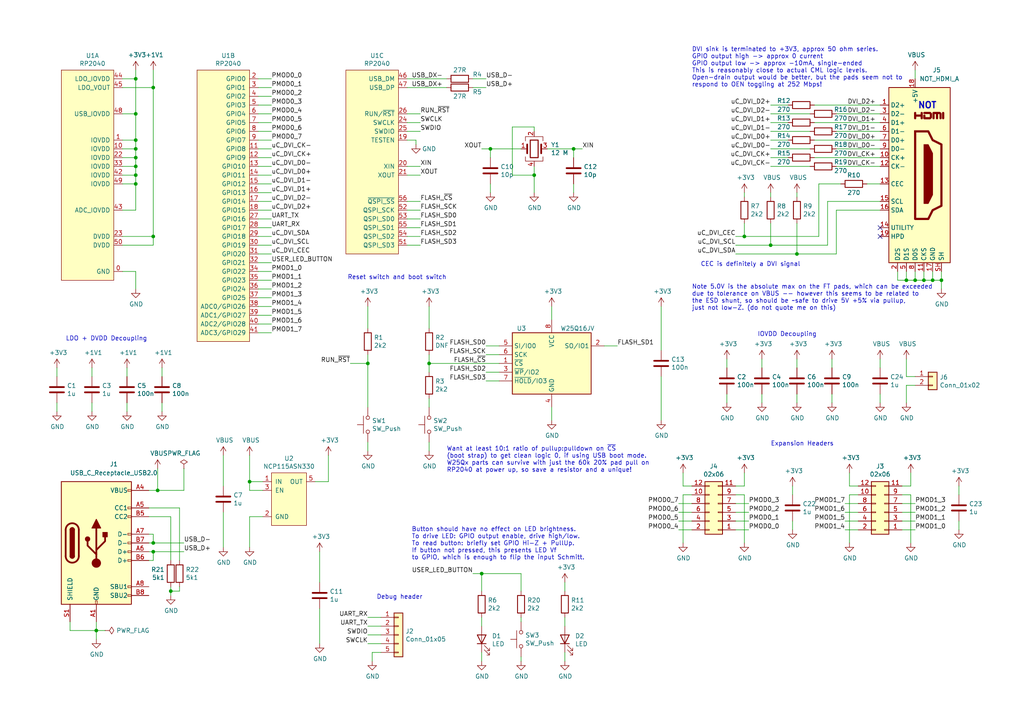
<source format=kicad_sch>
(kicad_sch (version 20201015) (generator eeschema)
  (paper "A4")
  (title_block (title "PicoDVI") (date "2021-01-22") (rev "D") (company "Greg Davill") (comment 1 "but it's worth a try") (comment 2 "This is utterly cursed and probably won't ever work") (comment 3 "Original design by: Luke Wren"))
  (junction (at 27.94 182.88) (diameter 0.9144))
  (junction (at 39.37 22.86) (diameter 0.9144))
  (junction (at 39.37 33.02) (diameter 0.9144))
  (junction (at 39.37 40.64) (diameter 0.9144))
  (junction (at 39.37 43.18) (diameter 0.9144))
  (junction (at 39.37 45.72) (diameter 0.9144))
  (junction (at 39.37 48.26) (diameter 0.9144))
  (junction (at 39.37 50.8) (diameter 0.9144))
  (junction (at 39.37 53.34) (diameter 0.9144))
  (junction (at 44.45 25.4) (diameter 0.9144))
  (junction (at 44.45 68.58) (diameter 0.9144))
  (junction (at 44.45 157.48) (diameter 0.9144))
  (junction (at 44.45 160.02) (diameter 0.9144))
  (junction (at 45.72 142.24) (diameter 0.9144))
  (junction (at 49.53 171.45) (diameter 0.9144))
  (junction (at 72.39 139.7) (diameter 0.9144))
  (junction (at 106.68 105.41) (diameter 0.9144))
  (junction (at 124.46 105.41) (diameter 0.9144))
  (junction (at 139.7 166.37) (diameter 0.9144))
  (junction (at 142.24 43.18) (diameter 0.9144))
  (junction (at 154.94 50.8) (diameter 0.9144))
  (junction (at 166.37 43.18) (diameter 0.9144))
  (junction (at 215.9 68.58) (diameter 0.9144))
  (junction (at 223.52 71.12) (diameter 0.9144))
  (junction (at 231.14 73.66) (diameter 0.9144))
  (junction (at 262.89 81.28) (diameter 0.9144))
  (junction (at 265.43 81.28) (diameter 0.9144))
  (junction (at 267.97 81.28) (diameter 0.9144))
  (junction (at 270.51 81.28) (diameter 0.9144))
  (junction (at 273.05 81.28) (diameter 0.9144))
  (no_connect (at 255.27 66.04))
  (no_connect (at 255.27 68.58))
  (wire (pts (xy 16.51 109.22) (xy 16.51 106.68)))
  (wire (pts (xy 16.51 116.84) (xy 16.51 119.38)))
  (wire (pts (xy 20.32 180.34) (xy 20.32 182.88)))
  (wire (pts (xy 20.32 182.88) (xy 27.94 182.88)))
  (wire (pts (xy 26.67 109.22) (xy 26.67 106.68)))
  (wire (pts (xy 26.67 116.84) (xy 26.67 119.38)))
  (wire (pts (xy 27.94 180.34) (xy 27.94 182.88)))
  (wire (pts (xy 27.94 182.88) (xy 27.94 185.42)))
  (wire (pts (xy 27.94 182.88) (xy 30.48 182.88)))
  (wire (pts (xy 35.56 22.86) (xy 39.37 22.86)))
  (wire (pts (xy 35.56 33.02) (xy 39.37 33.02)))
  (wire (pts (xy 35.56 40.64) (xy 39.37 40.64)))
  (wire (pts (xy 35.56 45.72) (xy 39.37 45.72)))
  (wire (pts (xy 35.56 48.26) (xy 39.37 48.26)))
  (wire (pts (xy 35.56 50.8) (xy 39.37 50.8)))
  (wire (pts (xy 35.56 53.34) (xy 39.37 53.34)))
  (wire (pts (xy 35.56 71.12) (xy 44.45 71.12)))
  (wire (pts (xy 35.56 78.74) (xy 39.37 78.74)))
  (wire (pts (xy 36.83 109.22) (xy 36.83 106.68)))
  (wire (pts (xy 36.83 116.84) (xy 36.83 119.38)))
  (wire (pts (xy 39.37 22.86) (xy 39.37 20.32)))
  (wire (pts (xy 39.37 22.86) (xy 39.37 33.02)))
  (wire (pts (xy 39.37 33.02) (xy 39.37 40.64)))
  (wire (pts (xy 39.37 40.64) (xy 39.37 43.18)))
  (wire (pts (xy 39.37 43.18) (xy 35.56 43.18)))
  (wire (pts (xy 39.37 45.72) (xy 39.37 43.18)))
  (wire (pts (xy 39.37 48.26) (xy 39.37 45.72)))
  (wire (pts (xy 39.37 50.8) (xy 39.37 48.26)))
  (wire (pts (xy 39.37 50.8) (xy 39.37 53.34)))
  (wire (pts (xy 39.37 53.34) (xy 39.37 60.96)))
  (wire (pts (xy 39.37 60.96) (xy 35.56 60.96)))
  (wire (pts (xy 39.37 78.74) (xy 39.37 83.82)))
  (wire (pts (xy 43.18 142.24) (xy 45.72 142.24)))
  (wire (pts (xy 43.18 149.86) (xy 49.53 149.86)))
  (wire (pts (xy 43.18 154.94) (xy 44.45 154.94)))
  (wire (pts (xy 43.18 157.48) (xy 44.45 157.48)))
  (wire (pts (xy 43.18 160.02) (xy 44.45 160.02)))
  (wire (pts (xy 43.18 162.56) (xy 44.45 162.56)))
  (wire (pts (xy 44.45 20.32) (xy 44.45 25.4)))
  (wire (pts (xy 44.45 25.4) (xy 35.56 25.4)))
  (wire (pts (xy 44.45 25.4) (xy 44.45 68.58)))
  (wire (pts (xy 44.45 68.58) (xy 35.56 68.58)))
  (wire (pts (xy 44.45 71.12) (xy 44.45 68.58)))
  (wire (pts (xy 44.45 154.94) (xy 44.45 157.48)))
  (wire (pts (xy 44.45 157.48) (xy 53.34 157.48)))
  (wire (pts (xy 44.45 160.02) (xy 53.34 160.02)))
  (wire (pts (xy 44.45 162.56) (xy 44.45 160.02)))
  (wire (pts (xy 45.72 142.24) (xy 45.72 135.89)))
  (wire (pts (xy 46.99 109.22) (xy 46.99 106.68)))
  (wire (pts (xy 46.99 116.84) (xy 46.99 119.38)))
  (wire (pts (xy 49.53 149.86) (xy 49.53 162.56)))
  (wire (pts (xy 49.53 170.18) (xy 49.53 171.45)))
  (wire (pts (xy 49.53 171.45) (xy 49.53 172.72)))
  (wire (pts (xy 52.07 147.32) (xy 43.18 147.32)))
  (wire (pts (xy 52.07 162.56) (xy 52.07 147.32)))
  (wire (pts (xy 52.07 170.18) (xy 52.07 171.45)))
  (wire (pts (xy 52.07 171.45) (xy 49.53 171.45)))
  (wire (pts (xy 53.34 135.89) (xy 53.34 142.24)))
  (wire (pts (xy 53.34 142.24) (xy 45.72 142.24)))
  (wire (pts (xy 64.77 132.08) (xy 64.77 140.97)))
  (wire (pts (xy 64.77 148.59) (xy 64.77 158.75)))
  (wire (pts (xy 72.39 139.7) (xy 72.39 132.08)))
  (wire (pts (xy 72.39 139.7) (xy 72.39 142.24)))
  (wire (pts (xy 72.39 142.24) (xy 76.2 142.24)))
  (wire (pts (xy 72.39 149.86) (xy 72.39 158.75)))
  (wire (pts (xy 74.93 22.86) (xy 78.74 22.86)))
  (wire (pts (xy 74.93 25.4) (xy 78.74 25.4)))
  (wire (pts (xy 74.93 27.94) (xy 78.74 27.94)))
  (wire (pts (xy 74.93 30.48) (xy 78.74 30.48)))
  (wire (pts (xy 74.93 33.02) (xy 78.74 33.02)))
  (wire (pts (xy 74.93 35.56) (xy 78.74 35.56)))
  (wire (pts (xy 74.93 38.1) (xy 78.74 38.1)))
  (wire (pts (xy 74.93 40.64) (xy 78.74 40.64)))
  (wire (pts (xy 74.93 43.18) (xy 78.74 43.18)))
  (wire (pts (xy 74.93 45.72) (xy 78.74 45.72)))
  (wire (pts (xy 74.93 48.26) (xy 78.74 48.26)))
  (wire (pts (xy 74.93 50.8) (xy 78.74 50.8)))
  (wire (pts (xy 74.93 53.34) (xy 78.74 53.34)))
  (wire (pts (xy 74.93 55.88) (xy 78.74 55.88)))
  (wire (pts (xy 74.93 58.42) (xy 78.74 58.42)))
  (wire (pts (xy 74.93 60.96) (xy 78.74 60.96)))
  (wire (pts (xy 74.93 63.5) (xy 78.74 63.5)))
  (wire (pts (xy 74.93 66.04) (xy 78.74 66.04)))
  (wire (pts (xy 74.93 68.58) (xy 78.74 68.58)))
  (wire (pts (xy 74.93 71.12) (xy 78.74 71.12)))
  (wire (pts (xy 74.93 73.66) (xy 78.74 73.66)))
  (wire (pts (xy 74.93 76.2) (xy 78.74 76.2)))
  (wire (pts (xy 74.93 78.74) (xy 78.74 78.74)))
  (wire (pts (xy 74.93 81.28) (xy 78.74 81.28)))
  (wire (pts (xy 74.93 83.82) (xy 78.74 83.82)))
  (wire (pts (xy 74.93 86.36) (xy 78.74 86.36)))
  (wire (pts (xy 74.93 88.9) (xy 78.74 88.9)))
  (wire (pts (xy 74.93 91.44) (xy 78.74 91.44)))
  (wire (pts (xy 74.93 93.98) (xy 78.74 93.98)))
  (wire (pts (xy 74.93 96.52) (xy 78.74 96.52)))
  (wire (pts (xy 76.2 139.7) (xy 72.39 139.7)))
  (wire (pts (xy 76.2 149.86) (xy 72.39 149.86)))
  (wire (pts (xy 91.44 139.7) (xy 95.25 139.7)))
  (wire (pts (xy 92.71 160.02) (xy 92.71 168.91)))
  (wire (pts (xy 92.71 176.53) (xy 92.71 186.69)))
  (wire (pts (xy 95.25 139.7) (xy 95.25 132.08)))
  (wire (pts (xy 106.68 88.9) (xy 106.68 95.25)))
  (wire (pts (xy 106.68 102.87) (xy 106.68 105.41)))
  (wire (pts (xy 106.68 105.41) (xy 101.6 105.41)))
  (wire (pts (xy 106.68 105.41) (xy 106.68 118.11)))
  (wire (pts (xy 106.68 128.27) (xy 106.68 130.81)))
  (wire (pts (xy 107.95 189.23) (xy 107.95 191.77)))
  (wire (pts (xy 110.49 179.07) (xy 106.68 179.07)))
  (wire (pts (xy 110.49 181.61) (xy 106.68 181.61)))
  (wire (pts (xy 110.49 184.15) (xy 106.68 184.15)))
  (wire (pts (xy 110.49 186.69) (xy 106.68 186.69)))
  (wire (pts (xy 110.49 189.23) (xy 107.95 189.23)))
  (wire (pts (xy 118.11 22.86) (xy 129.54 22.86)))
  (wire (pts (xy 118.11 25.4) (xy 129.54 25.4)))
  (wire (pts (xy 118.11 33.02) (xy 121.92 33.02)))
  (wire (pts (xy 118.11 35.56) (xy 121.92 35.56)))
  (wire (pts (xy 118.11 38.1) (xy 121.92 38.1)))
  (wire (pts (xy 118.11 40.64) (xy 120.65 40.64)))
  (wire (pts (xy 118.11 48.26) (xy 121.92 48.26)))
  (wire (pts (xy 118.11 50.8) (xy 121.92 50.8)))
  (wire (pts (xy 118.11 58.42) (xy 121.92 58.42)))
  (wire (pts (xy 118.11 60.96) (xy 121.92 60.96)))
  (wire (pts (xy 118.11 63.5) (xy 121.92 63.5)))
  (wire (pts (xy 118.11 66.04) (xy 121.92 66.04)))
  (wire (pts (xy 118.11 68.58) (xy 121.92 68.58)))
  (wire (pts (xy 118.11 71.12) (xy 121.92 71.12)))
  (wire (pts (xy 120.65 40.64) (xy 120.65 41.91)))
  (wire (pts (xy 124.46 95.25) (xy 124.46 88.9)))
  (wire (pts (xy 124.46 105.41) (xy 124.46 102.87)))
  (wire (pts (xy 124.46 105.41) (xy 124.46 107.95)))
  (wire (pts (xy 124.46 105.41) (xy 144.78 105.41)))
  (wire (pts (xy 124.46 115.57) (xy 124.46 118.11)))
  (wire (pts (xy 124.46 128.27) (xy 124.46 130.81)))
  (wire (pts (xy 137.16 22.86) (xy 140.97 22.86)))
  (wire (pts (xy 139.7 166.37) (xy 137.16 166.37)))
  (wire (pts (xy 139.7 166.37) (xy 139.7 171.45)))
  (wire (pts (xy 139.7 166.37) (xy 151.13 166.37)))
  (wire (pts (xy 139.7 179.07) (xy 139.7 181.61)))
  (wire (pts (xy 139.7 189.23) (xy 139.7 191.77)))
  (wire (pts (xy 140.97 25.4) (xy 137.16 25.4)))
  (wire (pts (xy 142.24 43.18) (xy 139.7 43.18)))
  (wire (pts (xy 142.24 43.18) (xy 142.24 45.72)))
  (wire (pts (xy 142.24 53.34) (xy 142.24 55.88)))
  (wire (pts (xy 144.78 100.33) (xy 140.97 100.33)))
  (wire (pts (xy 144.78 102.87) (xy 140.97 102.87)))
  (wire (pts (xy 144.78 107.95) (xy 140.97 107.95)))
  (wire (pts (xy 144.78 110.49) (xy 140.97 110.49)))
  (wire (pts (xy 148.59 36.83) (xy 148.59 50.8)))
  (wire (pts (xy 148.59 50.8) (xy 154.94 50.8)))
  (wire (pts (xy 151.13 43.18) (xy 142.24 43.18)))
  (wire (pts (xy 151.13 166.37) (xy 151.13 171.45)))
  (wire (pts (xy 151.13 179.07) (xy 151.13 180.34)))
  (wire (pts (xy 151.13 190.5) (xy 151.13 191.77)))
  (wire (pts (xy 154.94 36.83) (xy 148.59 36.83)))
  (wire (pts (xy 154.94 38.1) (xy 154.94 36.83)))
  (wire (pts (xy 154.94 48.26) (xy 154.94 50.8)))
  (wire (pts (xy 154.94 50.8) (xy 154.94 55.88)))
  (wire (pts (xy 158.75 43.18) (xy 166.37 43.18)))
  (wire (pts (xy 160.02 92.71) (xy 160.02 88.9)))
  (wire (pts (xy 160.02 118.11) (xy 160.02 121.92)))
  (wire (pts (xy 163.83 171.45) (xy 163.83 168.91)))
  (wire (pts (xy 163.83 179.07) (xy 163.83 181.61)))
  (wire (pts (xy 163.83 189.23) (xy 163.83 191.77)))
  (wire (pts (xy 166.37 43.18) (xy 166.37 45.72)))
  (wire (pts (xy 166.37 43.18) (xy 168.91 43.18)))
  (wire (pts (xy 166.37 53.34) (xy 166.37 55.88)))
  (wire (pts (xy 175.26 100.33) (xy 179.07 100.33)))
  (wire (pts (xy 191.77 88.9) (xy 191.77 101.6)))
  (wire (pts (xy 191.77 109.22) (xy 191.77 121.92)))
  (wire (pts (xy 198.12 137.16) (xy 198.12 140.97)))
  (wire (pts (xy 198.12 140.97) (xy 200.66 140.97)))
  (wire (pts (xy 198.12 143.51) (xy 198.12 157.48)))
  (wire (pts (xy 200.66 143.51) (xy 198.12 143.51)))
  (wire (pts (xy 200.66 146.05) (xy 196.85 146.05)))
  (wire (pts (xy 200.66 148.59) (xy 196.85 148.59)))
  (wire (pts (xy 200.66 151.13) (xy 196.85 151.13)))
  (wire (pts (xy 200.66 153.67) (xy 196.85 153.67)))
  (wire (pts (xy 210.82 106.68) (xy 210.82 104.14)))
  (wire (pts (xy 210.82 114.3) (xy 210.82 116.84)))
  (wire (pts (xy 213.36 68.58) (xy 215.9 68.58)))
  (wire (pts (xy 213.36 71.12) (xy 223.52 71.12)))
  (wire (pts (xy 213.36 140.97) (xy 215.9 140.97)))
  (wire (pts (xy 213.36 143.51) (xy 215.9 143.51)))
  (wire (pts (xy 213.36 146.05) (xy 217.17 146.05)))
  (wire (pts (xy 213.36 148.59) (xy 217.17 148.59)))
  (wire (pts (xy 213.36 151.13) (xy 217.17 151.13)))
  (wire (pts (xy 213.36 153.67) (xy 217.17 153.67)))
  (wire (pts (xy 215.9 55.88) (xy 215.9 57.15)))
  (wire (pts (xy 215.9 64.77) (xy 215.9 68.58)))
  (wire (pts (xy 215.9 140.97) (xy 215.9 137.16)))
  (wire (pts (xy 215.9 143.51) (xy 215.9 157.48)))
  (wire (pts (xy 220.98 106.68) (xy 220.98 104.14)))
  (wire (pts (xy 220.98 114.3) (xy 220.98 116.84)))
  (wire (pts (xy 223.52 55.88) (xy 223.52 57.15)))
  (wire (pts (xy 223.52 64.77) (xy 223.52 71.12)))
  (wire (pts (xy 223.52 71.12) (xy 240.03 71.12)))
  (wire (pts (xy 228.6 30.48) (xy 223.52 30.48)))
  (wire (pts (xy 228.6 35.56) (xy 223.52 35.56)))
  (wire (pts (xy 228.6 40.64) (xy 223.52 40.64)))
  (wire (pts (xy 228.6 45.72) (xy 223.52 45.72)))
  (wire (pts (xy 229.87 143.51) (xy 229.87 140.97)))
  (wire (pts (xy 229.87 151.13) (xy 229.87 153.67)))
  (wire (pts (xy 231.14 55.88) (xy 231.14 57.15)))
  (wire (pts (xy 231.14 64.77) (xy 231.14 73.66)))
  (wire (pts (xy 231.14 73.66) (xy 213.36 73.66)))
  (wire (pts (xy 231.14 106.68) (xy 231.14 104.14)))
  (wire (pts (xy 231.14 114.3) (xy 231.14 116.84)))
  (wire (pts (xy 234.95 33.02) (xy 223.52 33.02)))
  (wire (pts (xy 234.95 38.1) (xy 223.52 38.1)))
  (wire (pts (xy 234.95 43.18) (xy 223.52 43.18)))
  (wire (pts (xy 234.95 48.26) (xy 223.52 48.26)))
  (wire (pts (xy 236.22 30.48) (xy 255.27 30.48)))
  (wire (pts (xy 236.22 35.56) (xy 255.27 35.56)))
  (wire (pts (xy 236.22 40.64) (xy 255.27 40.64)))
  (wire (pts (xy 236.22 45.72) (xy 255.27 45.72)))
  (wire (pts (xy 237.49 53.34) (xy 237.49 68.58)))
  (wire (pts (xy 237.49 68.58) (xy 215.9 68.58)))
  (wire (pts (xy 240.03 58.42) (xy 240.03 71.12)))
  (wire (pts (xy 241.3 106.68) (xy 241.3 104.14)))
  (wire (pts (xy 241.3 114.3) (xy 241.3 116.84)))
  (wire (pts (xy 242.57 60.96) (xy 242.57 73.66)))
  (wire (pts (xy 242.57 73.66) (xy 231.14 73.66)))
  (wire (pts (xy 243.84 53.34) (xy 237.49 53.34)))
  (wire (pts (xy 246.38 137.16) (xy 246.38 140.97)))
  (wire (pts (xy 246.38 140.97) (xy 248.92 140.97)))
  (wire (pts (xy 246.38 143.51) (xy 246.38 157.48)))
  (wire (pts (xy 248.92 143.51) (xy 246.38 143.51)))
  (wire (pts (xy 248.92 146.05) (xy 245.11 146.05)))
  (wire (pts (xy 248.92 148.59) (xy 245.11 148.59)))
  (wire (pts (xy 248.92 151.13) (xy 245.11 151.13)))
  (wire (pts (xy 248.92 153.67) (xy 245.11 153.67)))
  (wire (pts (xy 255.27 33.02) (xy 242.57 33.02)))
  (wire (pts (xy 255.27 38.1) (xy 242.57 38.1)))
  (wire (pts (xy 255.27 43.18) (xy 242.57 43.18)))
  (wire (pts (xy 255.27 48.26) (xy 242.57 48.26)))
  (wire (pts (xy 255.27 53.34) (xy 251.46 53.34)))
  (wire (pts (xy 255.27 58.42) (xy 240.03 58.42)))
  (wire (pts (xy 255.27 60.96) (xy 242.57 60.96)))
  (wire (pts (xy 255.27 106.68) (xy 255.27 104.14)))
  (wire (pts (xy 255.27 114.3) (xy 255.27 116.84)))
  (wire (pts (xy 260.35 78.74) (xy 260.35 81.28)))
  (wire (pts (xy 260.35 81.28) (xy 262.89 81.28)))
  (wire (pts (xy 261.62 140.97) (xy 264.16 140.97)))
  (wire (pts (xy 261.62 143.51) (xy 264.16 143.51)))
  (wire (pts (xy 261.62 146.05) (xy 265.43 146.05)))
  (wire (pts (xy 261.62 148.59) (xy 265.43 148.59)))
  (wire (pts (xy 261.62 151.13) (xy 265.43 151.13)))
  (wire (pts (xy 261.62 153.67) (xy 265.43 153.67)))
  (wire (pts (xy 262.89 78.74) (xy 262.89 81.28)))
  (wire (pts (xy 262.89 81.28) (xy 265.43 81.28)))
  (wire (pts (xy 262.89 104.14) (xy 262.89 109.22)))
  (wire (pts (xy 262.89 111.76) (xy 262.89 116.84)))
  (wire (pts (xy 264.16 140.97) (xy 264.16 137.16)))
  (wire (pts (xy 264.16 143.51) (xy 264.16 157.48)))
  (wire (pts (xy 265.43 22.86) (xy 265.43 20.32)))
  (wire (pts (xy 265.43 78.74) (xy 265.43 81.28)))
  (wire (pts (xy 265.43 81.28) (xy 267.97 81.28)))
  (wire (pts (xy 265.43 109.22) (xy 262.89 109.22)))
  (wire (pts (xy 265.43 111.76) (xy 262.89 111.76)))
  (wire (pts (xy 267.97 78.74) (xy 267.97 81.28)))
  (wire (pts (xy 267.97 81.28) (xy 270.51 81.28)))
  (wire (pts (xy 270.51 78.74) (xy 270.51 81.28)))
  (wire (pts (xy 270.51 81.28) (xy 273.05 81.28)))
  (wire (pts (xy 273.05 78.74) (xy 273.05 81.28)))
  (wire (pts (xy 273.05 81.28) (xy 273.05 83.82)))
  (wire (pts (xy 278.13 143.51) (xy 278.13 140.97)))
  (wire (pts (xy 278.13 151.13) (xy 278.13 153.67)))
  (text "LDO + DVDD Decoupling" (at 19.05 99.06 0) (effects (font (size 1.27 1.27)) (justify left bottom)))
  (text "Debug header" (at 109.22 173.99 0) (effects (font (size 1.27 1.27)) (justify left bottom)))
  (text "Button should have no effect on LED brightness.\nTo drive LED: GPIO output enable, drive high/low.\nTo read button: briefly set GPIO Hi-Z + PullUp.\nIf button not pressed, this presents LED Vf\nto GPIO, which is enough to flip the input Schmitt." (at 119.38 162.56 0) (effects (font (size 1.27 1.27)) (justify left bottom)))
  (text "Reset switch and boot switch" (at 129.54 81.28 180) (effects (font (size 1.27 1.27)) (justify right bottom)))
  (text "Want at least 10:1 ratio of pullup:pulldown on ~CS~\n(boot strap) to get clean logic 0, if using USB boot mode.\nW25Qx parts can survive with just the 60k 20% pad pull on\nRP2040 at power up, so save a resistor and a unique!" (at 129.54 137.16 0) (effects (font (size 1.27 1.27)) (justify left bottom)))
  (text "DVI sink is terminated to +3V3, approx 50 ohm series.\nGPIO output high -> approx 0 current\nGPIO output low -> approx -10mA, single-ended\nThis is reasonably close to actual CML logic levels.\nOpen-drain output would be better, but the pads seem not to\nrespond to OEN toggling at 252 Mbps!" (at 200.66 25.4 0) (effects (font (size 1.27 1.27)) (justify left bottom)))
  (text "Note 5.0V is the absolute max on the FT pads, which can be exceeded\ndue to tolerance on VBUS -- however this seems to be related to\nthe ESD shunt, so should be ~~safe to drive 5V +5% via pullup,\njust not low-Z. (do not quote me on this)" (at 200.66 90.17 0) (effects (font (size 1.27 1.27)) (justify left bottom)))
  (text "CEC is definitely a DVI signal" (at 203.2 77.47 0) (effects (font (size 1.27 1.27)) (justify left bottom)))
  (text "IOVDD Decoupling" (at 219.71 97.79 0) (effects (font (size 1.27 1.27)) (justify left bottom)))
  (text "Expansion Headers\n" (at 223.52 129.54 0) (effects (font (size 1.27 1.27)) (justify left bottom)))
  (text "NOT" (at 271.78 31.75 180) (effects (font (size 1.8034 1.8034) (thickness 0.3607) bold) (justify right bottom)))
  (label "USB_D-" (at 53.34 157.48 0))
  (label "USB_D+" (at 53.34 160.02 0))
  (label "PMOD0_0" (at 78.74 22.86 0))
  (label "PMOD0_1" (at 78.74 25.4 0))
  (label "PMOD0_2" (at 78.74 27.94 0))
  (label "PMOD0_3" (at 78.74 30.48 0))
  (label "PMOD0_4" (at 78.74 33.02 0))
  (label "PMOD0_5" (at 78.74 35.56 0))
  (label "PMOD0_6" (at 78.74 38.1 0))
  (label "PMOD0_7" (at 78.74 40.64 0))
  (label "uC_DVI_CK-" (at 78.74 43.18 0))
  (label "uC_DVI_CK+" (at 78.74 45.72 0))
  (label "uC_DVI_D0-" (at 78.74 48.26 0))
  (label "uC_DVI_D0+" (at 78.74 50.8 0))
  (label "uC_DVI_D1-" (at 78.74 53.34 0))
  (label "uC_DVI_D1+" (at 78.74 55.88 0))
  (label "uC_DVI_D2-" (at 78.74 58.42 0))
  (label "uC_DVI_D2+" (at 78.74 60.96 0))
  (label "UART_TX" (at 78.74 63.5 0))
  (label "UART_RX" (at 78.74 66.04 0))
  (label "uC_DVI_SDA" (at 78.74 68.58 0))
  (label "uC_DVI_SCL" (at 78.74 71.12 0))
  (label "uC_DVI_CEC" (at 78.74 73.66 0))
  (label "USER_LED_BUTTON" (at 78.74 76.2 0))
  (label "PMOD1_0" (at 78.74 78.74 0))
  (label "PMOD1_1" (at 78.74 81.28 0))
  (label "PMOD1_2" (at 78.74 83.82 0))
  (label "PMOD1_3" (at 78.74 86.36 0))
  (label "PMOD1_4" (at 78.74 88.9 0))
  (label "PMOD1_5" (at 78.74 91.44 0))
  (label "PMOD1_6" (at 78.74 93.98 0))
  (label "PMOD1_7" (at 78.74 96.52 0))
  (label "RUN_~RST~" (at 101.6 105.41 180))
  (label "UART_RX" (at 106.68 179.07 180))
  (label "UART_TX" (at 106.68 181.61 180))
  (label "SWDIO" (at 106.68 184.15 180))
  (label "SWCLK" (at 106.68 186.69 180))
  (label "USB_DX-" (at 119.38 22.86 0))
  (label "USB_DX+" (at 119.38 25.4 0))
  (label "RUN_~RST~" (at 121.92 33.02 0))
  (label "SWCLK" (at 121.92 35.56 0))
  (label "SWDIO" (at 121.92 38.1 0))
  (label "XIN" (at 121.92 48.26 0))
  (label "XOUT" (at 121.92 50.8 0))
  (label "FLASH_~CS~" (at 121.92 58.42 0))
  (label "FLASH_SCK" (at 121.92 60.96 0))
  (label "FLASH_SD0" (at 121.92 63.5 0))
  (label "FLASH_SD1" (at 121.92 66.04 0))
  (label "FLASH_SD2" (at 121.92 68.58 0))
  (label "FLASH_SD3" (at 121.92 71.12 0))
  (label "USER_LED_BUTTON" (at 137.16 166.37 180))
  (label "XOUT" (at 139.7 43.18 180))
  (label "USB_D-" (at 140.97 22.86 0))
  (label "USB_D+" (at 140.97 25.4 0))
  (label "FLASH_SD0" (at 140.97 100.33 180))
  (label "FLASH_SCK" (at 140.97 102.87 180))
  (label "FLASH_~CS~" (at 140.97 105.41 180))
  (label "FLASH_SD2" (at 140.97 107.95 180))
  (label "FLASH_SD3" (at 140.97 110.49 180))
  (label "XIN" (at 168.91 43.18 0))
  (label "FLASH_SD1" (at 179.07 100.33 0))
  (label "PMOD0_7" (at 196.85 146.05 180))
  (label "PMOD0_6" (at 196.85 148.59 180))
  (label "PMOD0_5" (at 196.85 151.13 180))
  (label "PMOD0_4" (at 196.85 153.67 180))
  (label "uC_DVI_CEC" (at 213.36 68.58 180))
  (label "uC_DVI_SCL" (at 213.36 71.12 180))
  (label "uC_DVI_SDA" (at 213.36 73.66 180))
  (label "PMOD0_3" (at 217.17 146.05 0))
  (label "PMOD0_2" (at 217.17 148.59 0))
  (label "PMOD0_1" (at 217.17 151.13 0))
  (label "PMOD0_0" (at 217.17 153.67 0))
  (label "uC_DVI_D2+" (at 223.52 30.48 180))
  (label "uC_DVI_D2-" (at 223.52 33.02 180))
  (label "uC_DVI_D1+" (at 223.52 35.56 180))
  (label "uC_DVI_D1-" (at 223.52 38.1 180))
  (label "uC_DVI_D0+" (at 223.52 40.64 180))
  (label "uC_DVI_D0-" (at 223.52 43.18 180))
  (label "uC_DVI_CK+" (at 223.52 45.72 180))
  (label "uC_DVI_CK-" (at 223.52 48.26 180))
  (label "PMOD1_7" (at 245.11 146.05 180))
  (label "PMOD1_6" (at 245.11 148.59 180))
  (label "PMOD1_5" (at 245.11 151.13 180))
  (label "PMOD1_4" (at 245.11 153.67 180))
  (label "DVI_D2+" (at 254 30.48 180))
  (label "DVI_D2-" (at 254 33.02 180))
  (label "DVI_D1+" (at 254 35.56 180))
  (label "DVI_D1-" (at 254 38.1 180))
  (label "DVI_D0+" (at 254 40.64 180))
  (label "DVI_D0-" (at 254 43.18 180))
  (label "DVI_CK+" (at 254 45.72 180))
  (label "DVI_CK-" (at 254 48.26 180))
  (label "PMOD1_3" (at 265.43 146.05 0))
  (label "PMOD1_2" (at 265.43 148.59 0))
  (label "PMOD1_1" (at 265.43 151.13 0))
  (label "PMOD1_0" (at 265.43 153.67 0))
  (symbol (lib_id "power:PWR_FLAG") (at 30.48 182.88 270) (unit 1)
    (property "Reference" "#FLG0103" (effects hide))
    (property "Value" "PWR_FLAG" (at 33.7312 182.88 90) (effects (justify left)))
  )
  (symbol (lib_id "power:PWR_FLAG") (at 53.34 135.89 0) (unit 1)
    (property "Reference" "#FLG0102" (effects hide))
    (property "Value" "PWR_FLAG" (at 53.34 131.4704 0))
  )
  (symbol (lib_id "power:+3V3") (at 16.51 106.68 0) (unit 1)
    (property "Reference" "#PWR0108" (effects hide))
    (property "Value" "+3V3" (at 16.891 102.2858 0))
  )
  (symbol (lib_id "power:+1V1") (at 26.67 106.68 0) (unit 1)
    (property "Reference" "#PWR0111" (effects hide))
    (property "Value" "+1V1" (at 27.051 102.2858 0))
  )
  (symbol (lib_id "power:+1V1") (at 36.83 106.68 0) (unit 1)
    (property "Reference" "#PWR0113" (effects hide))
    (property "Value" "+1V1" (at 37.211 102.2858 0))
  )
  (symbol (lib_id "power:+3V3") (at 39.37 20.32 0) (unit 1)
    (property "Reference" "#PWR0104" (effects hide))
    (property "Value" "+3V3" (at 39.751 15.9258 0))
  )
  (symbol (lib_id "power:+1V1") (at 44.45 20.32 0) (unit 1)
    (property "Reference" "#PWR0105" (effects hide))
    (property "Value" "+1V1" (at 44.831 15.9258 0))
  )
  (symbol (lib_id "power:VBUS") (at 45.72 135.89 0) (unit 1)
    (property "Reference" "#PWR0144" (effects hide))
    (property "Value" "VBUS" (at 46.101 131.4958 0))
  )
  (symbol (lib_id "power:+1V1") (at 46.99 106.68 0) (unit 1)
    (property "Reference" "#PWR0115" (effects hide))
    (property "Value" "+1V1" (at 47.371 102.2858 0))
  )
  (symbol (lib_id "power:VBUS") (at 64.77 132.08 0) (unit 1)
    (property "Reference" "#PWR0148" (effects hide))
    (property "Value" "VBUS" (at 65.151 127.6858 0))
  )
  (symbol (lib_id "power:VBUS") (at 72.39 132.08 0) (unit 1)
    (property "Reference" "#PWR0146" (effects hide))
    (property "Value" "VBUS" (at 72.771 127.6858 0))
  )
  (symbol (lib_id "power:+3V3") (at 92.71 160.02 0) (unit 1)
    (property "Reference" "#PWR0151" (effects hide))
    (property "Value" "+3V3" (at 93.091 155.6258 0))
  )
  (symbol (lib_id "power:+3V3") (at 95.25 132.08 0) (unit 1)
    (property "Reference" "#PWR0152" (effects hide))
    (property "Value" "+3V3" (at 95.631 127.6858 0))
  )
  (symbol (lib_id "power:+3V3") (at 106.68 88.9 0) (unit 1)
    (property "Reference" "#PWR0142" (effects hide))
    (property "Value" "+3V3" (at 107.061 84.5058 0))
  )
  (symbol (lib_id "power:+3V3") (at 124.46 88.9 0) (unit 1)
    (property "Reference" "#PWR0140" (effects hide))
    (property "Value" "+3V3" (at 124.841 84.5058 0))
  )
  (symbol (lib_id "power:+3V3") (at 160.02 88.9 0) (unit 1)
    (property "Reference" "#PWR0134" (effects hide))
    (property "Value" "+3V3" (at 160.401 84.5058 0))
  )
  (symbol (lib_id "power:+3V3") (at 163.83 168.91 0) (unit 1)
    (property "Reference" "#PWR01" (effects hide))
    (property "Value" "+3V3" (at 164.211 164.5158 0))
  )
  (symbol (lib_id "power:+3V3") (at 191.77 88.9 0) (unit 1)
    (property "Reference" "#PWR0156" (effects hide))
    (property "Value" "+3V3" (at 192.151 84.5058 0))
  )
  (symbol (lib_id "power:+3V3") (at 198.12 137.16 0) (unit 1)
    (property "Reference" "#PWR0125" (effects hide))
    (property "Value" "+3V3" (at 198.501 132.7658 0))
  )
  (symbol (lib_id "power:+3V3") (at 210.82 104.14 0) (unit 1)
    (property "Reference" "#PWR0117" (effects hide))
    (property "Value" "+3V3" (at 211.201 99.7458 0))
  )
  (symbol (lib_id "power:+3V3") (at 215.9 55.88 0) (unit 1)
    (property "Reference" "#PWR0103" (effects hide))
    (property "Value" "+3V3" (at 216.281 51.4858 0))
  )
  (symbol (lib_id "power:+3V3") (at 215.9 137.16 0) (unit 1)
    (property "Reference" "#PWR0124" (effects hide))
    (property "Value" "+3V3" (at 216.281 132.7658 0))
  )
  (symbol (lib_id "power:+3V3") (at 220.98 104.14 0) (unit 1)
    (property "Reference" "#PWR0119" (effects hide))
    (property "Value" "+3V3" (at 221.361 99.7458 0))
  )
  (symbol (lib_id "power:VBUS") (at 223.52 55.88 0) (unit 1)
    (property "Reference" "#PWR0164" (effects hide))
    (property "Value" "VBUS" (at 223.901 51.4858 0))
  )
  (symbol (lib_id "power:+3V3") (at 229.87 140.97 0) (unit 1)
    (property "Reference" "#PWR0137" (effects hide))
    (property "Value" "+3V3" (at 230.251 136.5758 0))
  )
  (symbol (lib_id "power:VBUS") (at 231.14 55.88 0) (unit 1)
    (property "Reference" "#PWR0166" (effects hide))
    (property "Value" "VBUS" (at 231.521 51.4858 0))
  )
  (symbol (lib_id "power:+3V3") (at 231.14 104.14 0) (unit 1)
    (property "Reference" "#PWR0121" (effects hide))
    (property "Value" "+3V3" (at 231.521 99.7458 0))
  )
  (symbol (lib_id "power:+3V3") (at 241.3 104.14 0) (unit 1)
    (property "Reference" "#PWR0123" (effects hide))
    (property "Value" "+3V3" (at 241.681 99.7458 0))
  )
  (symbol (lib_id "power:+3V3") (at 246.38 137.16 0) (unit 1)
    (property "Reference" "#PWR0129" (effects hide))
    (property "Value" "+3V3" (at 246.761 132.7658 0))
  )
  (symbol (lib_id "power:VBUS") (at 255.27 104.14 0) (unit 1)
    (property "Reference" "#PWR0160" (effects hide))
    (property "Value" "VBUS" (at 255.651 99.7458 0))
  )
  (symbol (lib_id "power:VBUS") (at 262.89 104.14 0) (unit 1)
    (property "Reference" "#PWR0159" (effects hide))
    (property "Value" "VBUS" (at 263.271 99.7458 0))
  )
  (symbol (lib_id "power:+3V3") (at 264.16 137.16 0) (unit 1)
    (property "Reference" "#PWR0128" (effects hide))
    (property "Value" "+3V3" (at 264.541 132.7658 0))
  )
  (symbol (lib_id "power:VBUS") (at 265.43 20.32 0) (unit 1)
    (property "Reference" "#PWR0101" (effects hide))
    (property "Value" "VBUS" (at 265.811 15.9258 0))
  )
  (symbol (lib_id "power:+3V3") (at 278.13 140.97 0) (unit 1)
    (property "Reference" "#PWR0135" (effects hide))
    (property "Value" "+3V3" (at 278.511 136.5758 0))
  )
  (symbol (lib_id "power:GND") (at 16.51 119.38 0) (unit 1)
    (property "Reference" "#PWR0109" (effects hide))
    (property "Value" "GND" (at 16.637 123.7742 0))
  )
  (symbol (lib_id "power:GND") (at 26.67 119.38 0) (unit 1)
    (property "Reference" "#PWR0110" (effects hide))
    (property "Value" "GND" (at 26.797 123.7742 0))
  )
  (symbol (lib_id "power:GND") (at 27.94 185.42 0) (unit 1)
    (property "Reference" "#PWR0143" (effects hide))
    (property "Value" "GND" (at 28.067 189.8142 0))
  )
  (symbol (lib_id "power:GND") (at 36.83 119.38 0) (unit 1)
    (property "Reference" "#PWR0112" (effects hide))
    (property "Value" "GND" (at 36.957 123.7742 0))
  )
  (symbol (lib_id "power:GND") (at 39.37 83.82 0) (unit 1)
    (property "Reference" "#PWR0106" (effects hide))
    (property "Value" "GND" (at 39.497 88.2142 0))
  )
  (symbol (lib_id "power:GND") (at 46.99 119.38 0) (unit 1)
    (property "Reference" "#PWR0114" (effects hide))
    (property "Value" "GND" (at 47.117 123.7742 0))
  )
  (symbol (lib_id "power:GND") (at 49.53 172.72 0) (unit 1)
    (property "Reference" "#PWR0163" (effects hide))
    (property "Value" "GND" (at 49.657 177.1142 0))
  )
  (symbol (lib_id "power:GND") (at 64.77 158.75 0) (unit 1)
    (property "Reference" "#PWR0149" (effects hide))
    (property "Value" "GND" (at 64.897 163.1442 0))
  )
  (symbol (lib_id "power:GND") (at 72.39 158.75 0) (unit 1)
    (property "Reference" "#PWR0147" (effects hide))
    (property "Value" "GND" (at 72.517 163.1442 0))
  )
  (symbol (lib_id "power:GND") (at 92.71 186.69 0) (unit 1)
    (property "Reference" "#PWR0150" (effects hide))
    (property "Value" "GND" (at 92.837 191.0842 0))
  )
  (symbol (lib_id "power:GND") (at 106.68 130.81 0) (unit 1)
    (property "Reference" "#PWR0141" (effects hide))
    (property "Value" "GND" (at 106.807 135.2042 0))
  )
  (symbol (lib_id "power:GND") (at 107.95 191.77 0) (unit 1)
    (property "Reference" "#PWR0145" (effects hide))
    (property "Value" "GND" (at 108.077 196.1642 0))
  )
  (symbol (lib_id "power:GND") (at 120.65 41.91 0) (unit 1)
    (property "Reference" "#PWR0107" (effects hide))
    (property "Value" "GND" (at 124.46 43.18 0))
  )
  (symbol (lib_id "power:GND") (at 124.46 130.81 0) (unit 1)
    (property "Reference" "#PWR0139" (effects hide))
    (property "Value" "GND" (at 124.587 135.2042 0))
  )
  (symbol (lib_id "power:GND") (at 139.7 191.77 0) (unit 1)
    (property "Reference" "#PWR0132" (effects hide))
    (property "Value" "GND" (at 139.827 196.1642 0))
  )
  (symbol (lib_id "power:GND") (at 142.24 55.88 0) (unit 1)
    (property "Reference" "#PWR0154" (effects hide))
    (property "Value" "GND" (at 142.367 60.2742 0))
  )
  (symbol (lib_id "power:GND") (at 151.13 191.77 0) (unit 1)
    (property "Reference" "#PWR0162" (effects hide))
    (property "Value" "GND" (at 151.257 196.1642 0))
  )
  (symbol (lib_id "power:GND") (at 154.94 55.88 0) (unit 1)
    (property "Reference" "#PWR0153" (effects hide))
    (property "Value" "GND" (at 155.067 60.2742 0))
  )
  (symbol (lib_id "power:GND") (at 160.02 121.92 0) (unit 1)
    (property "Reference" "#PWR0133" (effects hide))
    (property "Value" "GND" (at 160.147 126.3142 0))
  )
  (symbol (lib_id "power:GND") (at 163.83 191.77 0) (unit 1)
    (property "Reference" "#PWR02" (effects hide))
    (property "Value" "GND" (at 163.957 196.1642 0))
  )
  (symbol (lib_id "power:GND") (at 166.37 55.88 0) (unit 1)
    (property "Reference" "#PWR0155" (effects hide))
    (property "Value" "GND" (at 166.497 60.2742 0))
  )
  (symbol (lib_id "power:GND") (at 191.77 121.92 0) (unit 1)
    (property "Reference" "#PWR0157" (effects hide))
    (property "Value" "GND" (at 191.897 126.3142 0))
  )
  (symbol (lib_id "power:GND") (at 198.12 157.48 0) (unit 1)
    (property "Reference" "#PWR0126" (effects hide))
    (property "Value" "GND" (at 198.247 161.8742 0))
  )
  (symbol (lib_id "power:GND") (at 210.82 116.84 0) (unit 1)
    (property "Reference" "#PWR0116" (effects hide))
    (property "Value" "GND" (at 210.947 121.2342 0))
  )
  (symbol (lib_id "power:GND") (at 215.9 157.48 0) (unit 1)
    (property "Reference" "#PWR0127" (effects hide))
    (property "Value" "GND" (at 216.027 161.8742 0))
  )
  (symbol (lib_id "power:GND") (at 220.98 116.84 0) (unit 1)
    (property "Reference" "#PWR0118" (effects hide))
    (property "Value" "GND" (at 221.107 121.2342 0))
  )
  (symbol (lib_id "power:GND") (at 229.87 153.67 0) (unit 1)
    (property "Reference" "#PWR0138" (effects hide))
    (property "Value" "GND" (at 229.997 158.0642 0))
  )
  (symbol (lib_id "power:GND") (at 231.14 116.84 0) (unit 1)
    (property "Reference" "#PWR0120" (effects hide))
    (property "Value" "GND" (at 231.267 121.2342 0))
  )
  (symbol (lib_id "power:GND") (at 241.3 116.84 0) (unit 1)
    (property "Reference" "#PWR0122" (effects hide))
    (property "Value" "GND" (at 241.427 121.2342 0))
  )
  (symbol (lib_id "power:GND") (at 246.38 157.48 0) (unit 1)
    (property "Reference" "#PWR0130" (effects hide))
    (property "Value" "GND" (at 246.507 161.8742 0))
  )
  (symbol (lib_id "power:GND") (at 255.27 116.84 0) (unit 1)
    (property "Reference" "#PWR0161" (effects hide))
    (property "Value" "GND" (at 255.397 121.2342 0))
  )
  (symbol (lib_id "power:GND") (at 262.89 116.84 0) (unit 1)
    (property "Reference" "#PWR0158" (effects hide))
    (property "Value" "GND" (at 263.017 121.2342 0))
  )
  (symbol (lib_id "power:GND") (at 264.16 157.48 0) (unit 1)
    (property "Reference" "#PWR0131" (effects hide))
    (property "Value" "GND" (at 264.287 161.8742 0))
  )
  (symbol (lib_id "power:GND") (at 273.05 83.82 0) (unit 1)
    (property "Reference" "#PWR0102" (effects hide))
    (property "Value" "GND" (at 273.177 88.2142 0))
  )
  (symbol (lib_id "power:GND") (at 278.13 153.67 0) (unit 1)
    (property "Reference" "#PWR0136" (effects hide))
    (property "Value" "GND" (at 278.257 158.0642 0))
  )
  (symbol (lib_id "Device:R") (at 49.53 166.37 0) (mirror y) (unit 1)
    (property "Reference" "R21" (at 47.752 165.2016 0) (effects (justify left)))
    (property "Value" "5k1" (at 47.752 167.513 0) (effects (justify left)))
    (property "Footprint" "Resistor_SMD:R_0402_1005Metric" (effects hide))
  )
  (symbol (lib_id "Device:R") (at 52.07 166.37 0) (unit 1)
    (property "Reference" "R22" (at 53.848 165.2016 0) (effects (justify left)))
    (property "Value" "5k1" (at 53.848 167.513 0) (effects (justify left)))
    (property "Footprint" "Resistor_SMD:R_0402_1005Metric" (effects hide))
  )
  (symbol (lib_id "Device:R") (at 106.68 99.06 0) (unit 1)
    (property "Reference" "R1" (at 108.458 97.8916 0) (effects (justify left)))
    (property "Value" "2k2" (at 108.458 100.203 0) (effects (justify left)))
    (property "Footprint" "Resistor_SMD:R_0402_1005Metric" (effects hide))
  )
  (symbol (lib_id "Device:R") (at 124.46 99.06 0) (unit 1)
    (property "Reference" "R2" (at 126.238 97.8916 0) (effects (justify left)))
    (property "Value" "DNF" (at 126.238 100.203 0) (effects (justify left)))
    (property "Footprint" "Resistor_SMD:R_0402_1005Metric" (effects hide))
  )
  (symbol (lib_id "Device:R") (at 124.46 111.76 0) (unit 1)
    (property "Reference" "R3" (at 126.238 110.5916 0) (effects (justify left)))
    (property "Value" "2k2" (at 126.238 112.903 0) (effects (justify left)))
    (property "Footprint" "Resistor_SMD:R_0402_1005Metric" (effects hide))
  )
  (symbol (lib_id "Device:R") (at 133.35 22.86 270) (unit 1)
    (property "Reference" "R4" (at 138.43 21.59 90))
    (property "Value" "27R" (at 133.35 20.32 90))
    (property "Footprint" "Resistor_SMD:R_0402_1005Metric" (effects hide))
  )
  (symbol (lib_id "Device:R") (at 133.35 25.4 270) (unit 1)
    (property "Reference" "R5" (at 138.43 26.67 90))
    (property "Value" "27R" (at 133.35 27.94 90))
    (property "Footprint" "Resistor_SMD:R_0402_1005Metric" (effects hide))
  )
  (symbol (lib_id "Device:R") (at 139.7 175.26 0) (unit 1)
    (property "Reference" "R6" (at 141.478 174.0916 0) (effects (justify left)))
    (property "Value" "2k2" (at 141.478 176.403 0) (effects (justify left)))
    (property "Footprint" "Resistor_SMD:R_0402_1005Metric" (effects hide))
  )
  (symbol (lib_id "Device:R") (at 151.13 175.26 0) (unit 1)
    (property "Reference" "R20" (at 152.908 174.0916 0) (effects (justify left)))
    (property "Value" "2k2" (at 152.908 176.403 0) (effects (justify left)))
    (property "Footprint" "Resistor_SMD:R_0402_1005Metric" (effects hide))
  )
  (symbol (lib_id "Device:R") (at 163.83 175.26 0) (unit 1)
    (property "Reference" "R11" (at 165.608 174.0916 0) (effects (justify left)))
    (property "Value" "2k2" (at 165.608 176.403 0) (effects (justify left)))
    (property "Footprint" "Resistor_SMD:R_0402_1005Metric" (effects hide))
  )
  (symbol (lib_id "Device:R") (at 215.9 60.96 0) (unit 1)
    (property "Reference" "R7" (at 217.678 59.7916 0) (effects (justify left)))
    (property "Value" "2k2" (at 217.678 62.103 0) (effects (justify left)))
    (property "Footprint" "Resistor_SMD:R_0402_1005Metric" (effects hide))
  )
  (symbol (lib_id "Device:R") (at 223.52 60.96 0) (unit 1)
    (property "Reference" "R8" (at 225.298 59.7916 0) (effects (justify left)))
    (property "Value" "2k2" (at 225.298 62.103 0) (effects (justify left)))
    (property "Footprint" "Resistor_SMD:R_0402_1005Metric" (effects hide))
  )
  (symbol (lib_id "Device:R") (at 231.14 60.96 0) (unit 1)
    (property "Reference" "R9" (at 232.918 59.7916 0) (effects (justify left)))
    (property "Value" "2k2" (at 232.918 62.103 0) (effects (justify left)))
    (property "Footprint" "Resistor_SMD:R_0402_1005Metric" (effects hide))
  )
  (symbol (lib_id "Device:R") (at 232.41 30.48 270) (unit 1)
    (property "Reference" "R12" (at 227.33 29.21 90))
    (property "Value" "270" (at 227.33 31.75 90))
    (property "Footprint" "Resistor_SMD:R_0201_0603Metric" (effects hide))
  )
  (symbol (lib_id "Device:R") (at 232.41 35.56 270) (unit 1)
    (property "Reference" "R13" (at 227.33 34.29 90))
    (property "Value" "270" (at 227.33 36.83 90))
    (property "Footprint" "Resistor_SMD:R_0201_0603Metric" (effects hide))
  )
  (symbol (lib_id "Device:R") (at 232.41 40.64 270) (unit 1)
    (property "Reference" "R14" (at 227.33 39.37 90))
    (property "Value" "270" (at 227.33 41.91 90))
    (property "Footprint" "Resistor_SMD:R_0201_0603Metric" (effects hide))
  )
  (symbol (lib_id "Device:R") (at 232.41 45.72 270) (unit 1)
    (property "Reference" "R15" (at 227.33 44.45 90))
    (property "Value" "270" (at 227.33 46.99 90))
    (property "Footprint" "Resistor_SMD:R_0201_0603Metric" (effects hide))
  )
  (symbol (lib_id "Device:R") (at 238.76 33.02 270) (unit 1)
    (property "Reference" "R16" (at 243.84 31.75 90))
    (property "Value" "270" (at 243.84 34.29 90))
    (property "Footprint" "Resistor_SMD:R_0201_0603Metric" (effects hide))
  )
  (symbol (lib_id "Device:R") (at 238.76 38.1 270) (unit 1)
    (property "Reference" "R17" (at 243.84 36.83 90))
    (property "Value" "270" (at 243.84 39.37 90))
    (property "Footprint" "Resistor_SMD:R_0201_0603Metric" (effects hide))
  )
  (symbol (lib_id "Device:R") (at 238.76 43.18 270) (unit 1)
    (property "Reference" "R18" (at 243.84 41.91 90))
    (property "Value" "270" (at 243.84 44.45 90))
    (property "Footprint" "Resistor_SMD:R_0201_0603Metric" (effects hide))
  )
  (symbol (lib_id "Device:R") (at 238.76 48.26 270) (unit 1)
    (property "Reference" "R19" (at 243.84 46.99 90))
    (property "Value" "270" (at 243.84 49.53 90))
    (property "Footprint" "Resistor_SMD:R_0201_0603Metric" (effects hide))
  )
  (symbol (lib_id "Device:R") (at 247.65 53.34 270) (unit 1)
    (property "Reference" "R10" (at 247.65 50.8 90))
    (property "Value" "270" (at 247.65 55.88 90))
    (property "Footprint" "Resistor_SMD:R_0201_0603Metric" (effects hide))
  )
  (symbol (lib_id "Device:LED") (at 139.7 185.42 90) (unit 1)
    (property "Reference" "D1" (at 142.6718 184.4548 90) (effects (justify right)))
    (property "Value" "LED" (at 142.6718 186.7662 90) (effects (justify right)))
    (property "Footprint" "LED_SMD:LED_0805_2012Metric" (effects hide))
  )
  (symbol (lib_id "Device:LED") (at 163.83 185.42 90) (unit 1)
    (property "Reference" "D2" (at 166.8018 184.4548 90) (effects (justify right)))
    (property "Value" "LED" (at 166.8018 186.7662 90) (effects (justify right)))
    (property "Footprint" "LED_SMD:LED_0805_2012Metric" (effects hide))
  )
  (symbol (lib_id "Connector_Generic:Conn_01x02") (at 270.51 109.22 0) (unit 1)
    (property "Reference" "J6" (at 272.542 109.4232 0) (effects (justify left)))
    (property "Value" "Conn_01x02" (at 272.542 111.7346 0) (effects (justify left)))
    (property "Footprint" "Connector_PinHeader_2.54mm:PinHeader_1x02_P2.54mm_Vertical" (effects hide))
  )
  (symbol (lib_id "Device:C") (at 16.51 113.03 0) (unit 1)
    (property "Reference" "C1" (at 19.431 111.8616 0) (effects (justify left)))
    (property "Value" "1u" (at 19.431 114.173 0) (effects (justify left)))
    (property "Footprint" "Capacitor_SMD:C_0402_1005Metric" (effects hide))
  )
  (symbol (lib_id "Device:C") (at 26.67 113.03 0) (unit 1)
    (property "Reference" "C3" (at 29.591 111.8616 0) (effects (justify left)))
    (property "Value" "1u" (at 29.591 114.173 0) (effects (justify left)))
    (property "Footprint" "Capacitor_SMD:C_0402_1005Metric" (effects hide))
  )
  (symbol (lib_id "Device:C") (at 36.83 113.03 0) (unit 1)
    (property "Reference" "C5" (at 39.751 111.8616 0) (effects (justify left)))
    (property "Value" "100n" (at 39.751 114.173 0) (effects (justify left)))
    (property "Footprint" "Capacitor_SMD:C_0402_1005Metric" (effects hide))
  )
  (symbol (lib_id "Device:C") (at 46.99 113.03 0) (unit 1)
    (property "Reference" "C8" (at 49.911 111.8616 0) (effects (justify left)))
    (property "Value" "100n" (at 49.911 114.173 0) (effects (justify left)))
    (property "Footprint" "Capacitor_SMD:C_0402_1005Metric" (effects hide))
  )
  (symbol (lib_id "Device:C") (at 64.77 144.78 0) (unit 1)
    (property "Reference" "C7" (at 67.691 143.6116 0) (effects (justify left)))
    (property "Value" "1u" (at 67.691 145.923 0) (effects (justify left)))
    (property "Footprint" "Capacitor_SMD:C_0402_1005Metric" (effects hide))
  )
  (symbol (lib_id "Device:C") (at 92.71 172.72 0) (unit 1)
    (property "Reference" "C11" (at 95.631 171.5516 0) (effects (justify left)))
    (property "Value" "1u" (at 95.631 173.863 0) (effects (justify left)))
    (property "Footprint" "Capacitor_SMD:C_0402_1005Metric" (effects hide))
  )
  (symbol (lib_id "Device:C") (at 142.24 49.53 0) (unit 1)
    (property "Reference" "C10" (at 145.161 48.3616 0) (effects (justify left)))
    (property "Value" "10p" (at 145.161 50.673 0) (effects (justify left)))
    (property "Footprint" "Capacitor_SMD:C_0402_1005Metric" (effects hide))
  )
  (symbol (lib_id "Device:C") (at 166.37 49.53 0) (unit 1)
    (property "Reference" "C12" (at 169.291 48.3616 0) (effects (justify left)))
    (property "Value" "10p" (at 169.291 50.673 0) (effects (justify left)))
    (property "Footprint" "Capacitor_SMD:C_0402_1005Metric" (effects hide))
  )
  (symbol (lib_id "Device:C") (at 191.77 105.41 0) (unit 1)
    (property "Reference" "C13" (at 194.691 104.2416 0) (effects (justify left)))
    (property "Value" "100n" (at 194.691 106.553 0) (effects (justify left)))
    (property "Footprint" "Capacitor_SMD:C_0402_1005Metric" (effects hide))
  )
  (symbol (lib_id "Device:C") (at 210.82 110.49 0) (unit 1)
    (property "Reference" "C2" (at 213.741 109.3216 0) (effects (justify left)))
    (property "Value" "100n" (at 213.741 111.633 0) (effects (justify left)))
    (property "Footprint" "Capacitor_SMD:C_0402_1005Metric" (effects hide))
  )
  (symbol (lib_id "Device:C") (at 220.98 110.49 0) (unit 1)
    (property "Reference" "C4" (at 223.901 109.3216 0) (effects (justify left)))
    (property "Value" "100n" (at 223.901 111.633 0) (effects (justify left)))
    (property "Footprint" "Capacitor_SMD:C_0402_1005Metric" (effects hide))
  )
  (symbol (lib_id "Device:C") (at 229.87 147.32 0) (unit 1)
    (property "Reference" "C22" (at 232.791 146.1516 0) (effects (justify left)))
    (property "Value" "1u" (at 232.791 148.463 0) (effects (justify left)))
    (property "Footprint" "Capacitor_SMD:C_0402_1005Metric" (effects hide))
  )
  (symbol (lib_id "Device:C") (at 231.14 110.49 0) (unit 1)
    (property "Reference" "C6" (at 234.061 109.3216 0) (effects (justify left)))
    (property "Value" "100n" (at 234.061 111.633 0) (effects (justify left)))
    (property "Footprint" "Capacitor_SMD:C_0402_1005Metric" (effects hide))
  )
  (symbol (lib_id "Device:C") (at 241.3 110.49 0) (unit 1)
    (property "Reference" "C9" (at 244.221 109.3216 0) (effects (justify left)))
    (property "Value" "100n" (at 244.221 111.633 0) (effects (justify left)))
    (property "Footprint" "Capacitor_SMD:C_0402_1005Metric" (effects hide))
  )
  (symbol (lib_id "Device:C") (at 255.27 110.49 0) (unit 1)
    (property "Reference" "C24" (at 258.191 109.3216 0) (effects (justify left)))
    (property "Value" "1u" (at 258.191 111.633 0) (effects (justify left)))
    (property "Footprint" "Capacitor_SMD:C_0402_1005Metric" (effects hide))
  )
  (symbol (lib_id "Device:C") (at 278.13 147.32 0) (unit 1)
    (property "Reference" "C23" (at 281.051 146.1516 0) (effects (justify left)))
    (property "Value" "1u" (at 281.051 148.463 0) (effects (justify left)))
    (property "Footprint" "Capacitor_SMD:C_0402_1005Metric" (effects hide))
  )
  (symbol (lib_id "Switch:SW_Push") (at 106.68 123.19 90) (unit 1)
    (property "Reference" "SW1" (at 107.8992 122.0216 90) (effects (justify right)))
    (property "Value" "SW_Push" (at 107.8992 124.333 90) (effects (justify right)))
    (property "Footprint" "picodvi:SW_SPST_PTS815" (effects hide))
  )
  (symbol (lib_id "Switch:SW_Push") (at 124.46 123.19 90) (unit 1)
    (property "Reference" "SW2" (at 125.6792 122.0216 90) (effects (justify right)))
    (property "Value" "SW_Push" (at 125.6792 124.333 90) (effects (justify right)))
    (property "Footprint" "picodvi:SW_SPST_PTS815" (effects hide))
  )
  (symbol (lib_id "Switch:SW_Push") (at 151.13 185.42 90) (unit 1)
    (property "Reference" "SW3" (at 152.3492 184.2516 90) (effects (justify right)))
    (property "Value" "SW_Push" (at 152.3492 186.563 90) (effects (justify right)))
    (property "Footprint" "picodvi:SW_SPST_PTS815" (effects hide))
  )
  (symbol (lib_id "Connector_Generic:Conn_01x05") (at 115.57 184.15 0) (unit 1)
    (property "Reference" "J2" (at 117.602 183.0832 0) (effects (justify left)))
    (property "Value" "Conn_01x05" (at 117.602 185.3946 0) (effects (justify left)))
    (property "Footprint" "picodvi:PinHeader_1x05_P2.54mm_Vertical" (effects hide))
  )
  (symbol (lib_id "Device:Crystal_GND24") (at 154.94 43.18 0) (unit 1)
    (property "Reference" "Y1" (at 159.7914 42.0116 0) (effects (justify left)))
    (property "Value" "12 M" (at 159.7914 44.323 0) (effects (justify left)))
    (property "Footprint" "Crystal:Crystal_SMD_3225-4Pin_3.2x2.5mm" (effects hide))
  )
  (symbol (lib_id "Connector_Generic:Conn_02x06_Odd_Even") (at 208.28 148.59 180) (unit 1)
    (property "Reference" "J4" (at 207.01 135.255 0))
    (property "Value" "02x06" (at 207.01 137.5664 0))
    (property "Footprint" "picodvi:PinHeader_2x06_P2.54mm_Horizontal" (effects hide))
  )
  (symbol (lib_id "Connector_Generic:Conn_02x06_Odd_Even") (at 256.54 148.59 180) (unit 1)
    (property "Reference" "J3" (at 255.27 135.255 0))
    (property "Value" "02x06" (at 255.27 137.5664 0))
    (property "Footprint" "picodvi:PinHeader_2x06_P2.54mm_Horizontal" (effects hide))
  )
  (symbol (lib_id "picodvi:NCP115ASN330") (at 83.82 143.51 0) (unit 1)
    (property "Reference" "U2" (at 83.82 132.969 0))
    (property "Value" "NCP115ASN330" (at 83.82 135.2804 0))
    (property "Footprint" "Package_TO_SOT_SMD:SOT-23-5" (effects hide))
  )
  (symbol (lib_id "Memory_Flash:AT25SF081-XMHD-X") (at 160.02 105.41 0) (unit 1)
    (property "Reference" "U3" (at 149.86 95.25 0) (effects (justify left)))
    (property "Value" "W25Q16JV" (at 162.56 95.25 0) (effects (justify left)))
    (property "Footprint" "Package_SON:WSON-8-1EP_6x5mm_P1.27mm_EP3.4x4mm" (effects hide))
    (property "Datasheet" "https://www.adestotech.com/wp-content/uploads/DS-AT25SF081_045.pdf" (effects hide))
  )
  (symbol (lib_id "picodvi:Pico2040") (at 107.95 20.32 0) (unit 3)
    (property "Reference" "U1" (at 109.3724 16.129 0))
    (property "Value" "RP2040" (at 109.3724 18.4404 0))
    (property "Footprint" "picodvi:QFN-56_EP_7x7_Pitch0.4mm" (effects hide))
  )
  (symbol (lib_id "Connector:USB_C_Receptacle_USB2.0") (at 27.94 157.48 0) (unit 1)
    (property "Reference" "J1" (at 33.02 134.62 0))
    (property "Value" "USB_C_Receptacle_USB2.0" (at 33.02 137.16 0))
    (property "Footprint" "Connector_USB:USB_C_Receptacle_XKB_U262-16XN-4BVC11" (effects hide))
    (property "Datasheet" "https://www.usb.org/sites/default/files/documents/usb_type-c.zip" (effects hide))
  )
  (symbol (lib_id "picodvi:Pico2040") (at 25.4 20.32 0) (unit 1)
    (property "Reference" "U1" (at 26.8224 16.129 0))
    (property "Value" "RP2040" (at 26.8224 18.4404 0))
    (property "Footprint" "picodvi:QFN-56_EP_7x7_Pitch0.4mm" (effects hide))
  )
  (symbol (lib_id "Connector:HDMI_A") (at 265.43 50.8 0) (unit 1)
    (property "Reference" "J5" (at 270.51 20.32 0) (effects (justify left)))
    (property "Value" "NOT_HDMI_A" (at 266.7 22.86 0) (effects (justify left)))
    (property "Footprint" "picodvi:HDMI-SS-53000" (effects hide))
    (property "Datasheet" "https://en.wikipedia.org/wiki/HDMI" (effects hide))
  )
  (symbol (lib_id "picodvi:Pico2040") (at 64.77 20.32 0) (unit 2)
    (property "Reference" "U1" (at 66.1924 16.129 0))
    (property "Value" "RP2040" (at 66.1924 18.4404 0))
    (property "Footprint" "picodvi:QFN-56_EP_7x7_Pitch0.4mm" (effects hide))
  )
)
</source>
